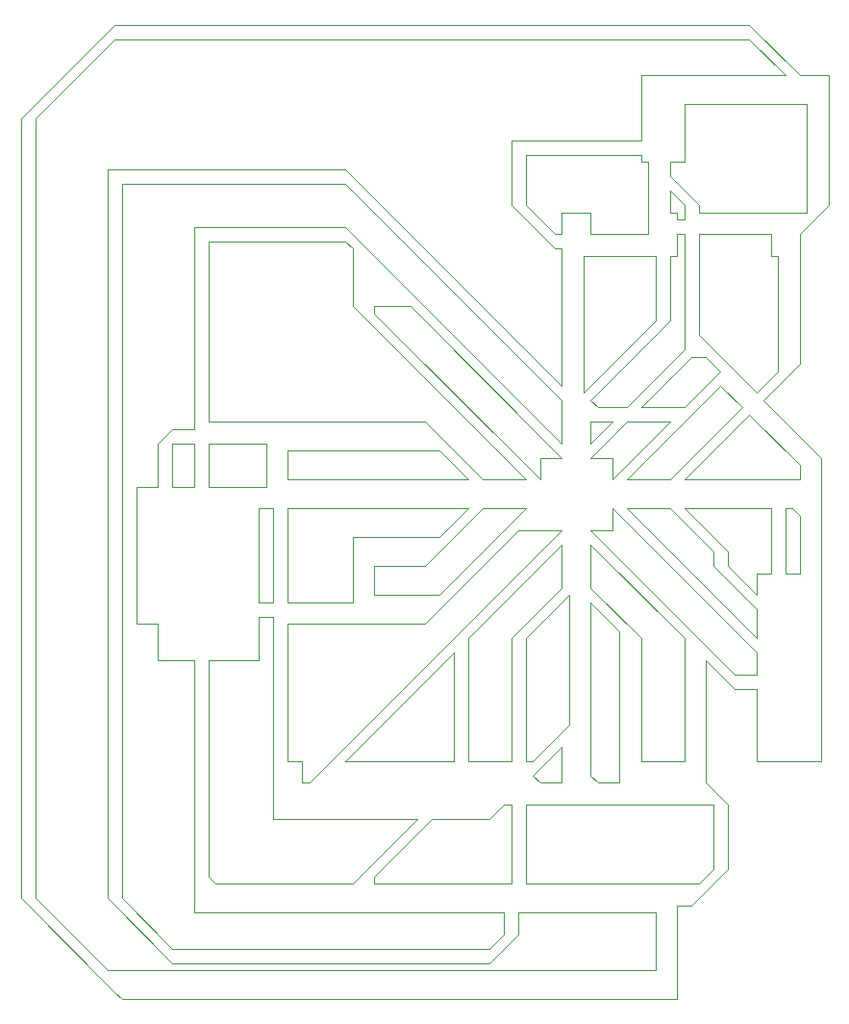
<source format=gbr>
%TF.GenerationSoftware,KiCad,Pcbnew,(6.0.7)*%
%TF.CreationDate,2022-08-17T17:24:52+08:00*%
%TF.ProjectId,asdfgg,61736466-6767-42e6-9b69-6361645f7063,rev?*%
%TF.SameCoordinates,Original*%
%TF.FileFunction,Profile,NP*%
%FSLAX46Y46*%
G04 Gerber Fmt 4.6, Leading zero omitted, Abs format (unit mm)*
G04 Created by KiCad (PCBNEW (6.0.7)) date 2022-08-17 17:24:52*
%MOMM*%
%LPD*%
G01*
G04 APERTURE LIST*
%TA.AperFunction,Profile*%
%ADD10C,0.100000*%
%TD*%
G04 APERTURE END LIST*
D10*
X129540000Y-126365000D02*
X125095000Y-126365000D01*
X129540000Y-125730000D02*
X129540000Y-126365000D01*
X130810000Y-125730000D02*
X130810000Y-126365000D01*
X133350000Y-135255000D02*
X133350000Y-137160000D01*
X132080000Y-135255000D02*
X133350000Y-135255000D01*
X132080000Y-123190000D02*
X132080000Y-135255000D01*
X133350000Y-123190000D02*
X132080000Y-123190000D01*
X129540000Y-125730000D02*
X129540000Y-122555000D01*
X130810000Y-122555000D02*
X130810000Y-125730000D01*
X129540000Y-122555000D02*
X130810000Y-122555000D01*
X130810000Y-113030000D02*
X129540000Y-113030000D01*
X130810000Y-121285000D02*
X130810000Y-113030000D01*
X129540000Y-121285000D02*
X130810000Y-121285000D01*
X129540000Y-113030000D02*
X129540000Y-121285000D01*
X165735000Y-86995000D02*
X166370000Y-86995000D01*
X167005000Y-87630000D02*
X167005000Y-86995000D01*
X166370000Y-87630000D02*
X167005000Y-87630000D01*
X166370000Y-86995000D02*
X166370000Y-87630000D01*
X167005000Y-86360000D02*
X165735000Y-85090000D01*
X167005000Y-86995000D02*
X167005000Y-86360000D01*
X165735000Y-85090000D02*
X165735000Y-86995000D01*
X139700000Y-95885000D02*
X139700000Y-95250000D01*
X154305000Y-110490000D02*
X154305000Y-109855000D01*
X139700000Y-95885000D02*
X154305000Y-110490000D01*
X154305000Y-108585000D02*
X154305000Y-109855000D01*
X156210000Y-108585000D02*
X154305000Y-108585000D01*
X142875000Y-95250000D02*
X156210000Y-108585000D01*
X139700000Y-95250000D02*
X142875000Y-95250000D01*
X158750000Y-107315000D02*
X160655000Y-105410000D01*
X158750000Y-105410000D02*
X158750000Y-107315000D01*
X160655000Y-105410000D02*
X158750000Y-105410000D01*
X168275000Y-97790000D02*
X168275000Y-88900000D01*
X173355000Y-102870000D02*
X168275000Y-97790000D01*
X175260000Y-100965000D02*
X173355000Y-102870000D01*
X175260000Y-90805000D02*
X175260000Y-100965000D01*
X174625000Y-90805000D02*
X175260000Y-90805000D01*
X174625000Y-88900000D02*
X174625000Y-90805000D01*
X168275000Y-88900000D02*
X174625000Y-88900000D01*
X165735000Y-96520000D02*
X165735000Y-90805000D01*
X158750000Y-103505000D02*
X165735000Y-96520000D01*
X159385000Y-104140000D02*
X158750000Y-103505000D01*
X161925000Y-104140000D02*
X159385000Y-104140000D01*
X167005000Y-99060000D02*
X161925000Y-104140000D01*
X167005000Y-88900000D02*
X167005000Y-99060000D01*
X166370000Y-88900000D02*
X167005000Y-88900000D01*
X166370000Y-90805000D02*
X166370000Y-88900000D01*
X165735000Y-90805000D02*
X166370000Y-90805000D01*
X167005000Y-82550000D02*
X167005000Y-77470000D01*
X177800000Y-77470000D02*
X167005000Y-77470000D01*
X177800000Y-86995000D02*
X177800000Y-77470000D01*
X168275000Y-86995000D02*
X177800000Y-86995000D01*
X168275000Y-86360000D02*
X168275000Y-86995000D01*
X165735000Y-83820000D02*
X168275000Y-86360000D01*
X165735000Y-82550000D02*
X165735000Y-83820000D01*
X167005000Y-82550000D02*
X165735000Y-82550000D01*
X163195000Y-81915000D02*
X153035000Y-81915000D01*
X163195000Y-82550000D02*
X163195000Y-81915000D01*
X163830000Y-82550000D02*
X163195000Y-82550000D01*
X163830000Y-88900000D02*
X163830000Y-82550000D01*
X158750000Y-88900000D02*
X163830000Y-88900000D01*
X158750000Y-86995000D02*
X158750000Y-88900000D01*
X156210000Y-86995000D02*
X158750000Y-86995000D01*
X156210000Y-88900000D02*
X156210000Y-86995000D01*
X155575000Y-88900000D02*
X156210000Y-88900000D01*
X153035000Y-86360000D02*
X155575000Y-88900000D01*
X153035000Y-81915000D02*
X153035000Y-86360000D01*
X158115000Y-102870000D02*
X158115000Y-90805000D01*
X164465000Y-96520000D02*
X158115000Y-102870000D01*
X164465000Y-90805000D02*
X164465000Y-96520000D01*
X158115000Y-90805000D02*
X164465000Y-90805000D01*
X167640000Y-99695000D02*
X163195000Y-104140000D01*
X168910000Y-99695000D02*
X167640000Y-99695000D01*
X170180000Y-100965000D02*
X168910000Y-99695000D01*
X167005000Y-104140000D02*
X170180000Y-100965000D01*
X163195000Y-104140000D02*
X167005000Y-104140000D01*
X161925000Y-105410000D02*
X158750000Y-108585000D01*
X165735000Y-105410000D02*
X161925000Y-105410000D01*
X160655000Y-110490000D02*
X165735000Y-105410000D01*
X160655000Y-109855000D02*
X160655000Y-110490000D01*
X160655000Y-109855000D02*
X160655000Y-108585000D01*
X158750000Y-108585000D02*
X160655000Y-108585000D01*
X170180000Y-102235000D02*
X161925000Y-110490000D01*
X172085000Y-104140000D02*
X170180000Y-102235000D01*
X165735000Y-110490000D02*
X172085000Y-104140000D01*
X161925000Y-110490000D02*
X165735000Y-110490000D01*
X172720000Y-104775000D02*
X167005000Y-110490000D01*
X177165000Y-109220000D02*
X172720000Y-104775000D01*
X177165000Y-110490000D02*
X177165000Y-109220000D01*
X167005000Y-110490000D02*
X177165000Y-110490000D01*
X175895000Y-118745000D02*
X175895000Y-113030000D01*
X177165000Y-118745000D02*
X175895000Y-118745000D01*
X177165000Y-113665000D02*
X177165000Y-118745000D01*
X176530000Y-113030000D02*
X177165000Y-113665000D01*
X175895000Y-113030000D02*
X176530000Y-113030000D01*
X170815000Y-116840000D02*
X167005000Y-113030000D01*
X170815000Y-118110000D02*
X170815000Y-116840000D01*
X173355000Y-120650000D02*
X170815000Y-118110000D01*
X173355000Y-118745000D02*
X173355000Y-120650000D01*
X174625000Y-118745000D02*
X173355000Y-118745000D01*
X174625000Y-113030000D02*
X174625000Y-118745000D01*
X167005000Y-113030000D02*
X174625000Y-113030000D01*
X165735000Y-113030000D02*
X161925000Y-113030000D01*
X169545000Y-116840000D02*
X165735000Y-113030000D01*
X169545000Y-118110000D02*
X169545000Y-116840000D01*
X173355000Y-121920000D02*
X169545000Y-118110000D01*
X173355000Y-124460000D02*
X173355000Y-121920000D01*
X161925000Y-113030000D02*
X173355000Y-124460000D01*
X171450000Y-127635000D02*
X158750000Y-114935000D01*
X173355000Y-127635000D02*
X171450000Y-127635000D01*
X173355000Y-125730000D02*
X173355000Y-127635000D01*
X160655000Y-113030000D02*
X173355000Y-125730000D01*
X160655000Y-114935000D02*
X160655000Y-113030000D01*
X158750000Y-114935000D02*
X160655000Y-114935000D01*
X163195000Y-124460000D02*
X163195000Y-135255000D01*
X158750000Y-120015000D02*
X163195000Y-124460000D01*
X158750000Y-116205000D02*
X158750000Y-120015000D01*
X167005000Y-124460000D02*
X158750000Y-116205000D01*
X167005000Y-135255000D02*
X167005000Y-124460000D01*
X163195000Y-135255000D02*
X167005000Y-135255000D01*
X153035000Y-146050000D02*
X153035000Y-139065000D01*
X168275000Y-146050000D02*
X153035000Y-146050000D01*
X169545000Y-144780000D02*
X168275000Y-146050000D01*
X169545000Y-139065000D02*
X169545000Y-144780000D01*
X153035000Y-139065000D02*
X169545000Y-139065000D01*
X139700000Y-145415000D02*
X144780000Y-140335000D01*
X139700000Y-146050000D02*
X139700000Y-145415000D01*
X151765000Y-146050000D02*
X139700000Y-146050000D01*
X151765000Y-139065000D02*
X151765000Y-146050000D01*
X151130000Y-139065000D02*
X151765000Y-139065000D01*
X149860000Y-140335000D02*
X151130000Y-139065000D01*
X144780000Y-140335000D02*
X149860000Y-140335000D01*
X158750000Y-121285000D02*
X158750000Y-136525000D01*
X161290000Y-123825000D02*
X158750000Y-121285000D01*
X161290000Y-124460000D02*
X161290000Y-123825000D01*
X161290000Y-137160000D02*
X161290000Y-124460000D01*
X159385000Y-137160000D02*
X161290000Y-137160000D01*
X158750000Y-136525000D02*
X159385000Y-137160000D01*
X153670000Y-136525000D02*
X156210000Y-133985000D01*
X156210000Y-137160000D02*
X156210000Y-133985000D01*
X154305000Y-137160000D02*
X156210000Y-137160000D01*
X153670000Y-136525000D02*
X154305000Y-137160000D01*
X156845000Y-132080000D02*
X156845000Y-120650000D01*
X153670000Y-135255000D02*
X156845000Y-132080000D01*
X153035000Y-135255000D02*
X153670000Y-135255000D01*
X153035000Y-124460000D02*
X153035000Y-135255000D01*
X156845000Y-120650000D02*
X153035000Y-124460000D01*
X156210000Y-120015000D02*
X156210000Y-116205000D01*
X151765000Y-124460000D02*
X156210000Y-120015000D01*
X151765000Y-135255000D02*
X151765000Y-124460000D01*
X147955000Y-135255000D02*
X151765000Y-135255000D01*
X147955000Y-124460000D02*
X147955000Y-135255000D01*
X156210000Y-116205000D02*
X147955000Y-124460000D01*
X146685000Y-135255000D02*
X146685000Y-125730000D01*
X137160000Y-135255000D02*
X146685000Y-135255000D01*
X146685000Y-125730000D02*
X137160000Y-135255000D01*
X133985000Y-137160000D02*
X133350000Y-137160000D01*
X156210000Y-114935000D02*
X133985000Y-137160000D01*
X152400000Y-114935000D02*
X156210000Y-114935000D01*
X144145000Y-123190000D02*
X152400000Y-114935000D01*
X133350000Y-123190000D02*
X144145000Y-123190000D01*
X139700000Y-120650000D02*
X139700000Y-118110000D01*
X145415000Y-120650000D02*
X139700000Y-120650000D01*
X153035000Y-113030000D02*
X145415000Y-120650000D01*
X149225000Y-113030000D02*
X153035000Y-113030000D01*
X144145000Y-118110000D02*
X149225000Y-113030000D01*
X139700000Y-118110000D02*
X144145000Y-118110000D01*
X132080000Y-121285000D02*
X132080000Y-113030000D01*
X137795000Y-121285000D02*
X132080000Y-121285000D01*
X137795000Y-115570000D02*
X137795000Y-121285000D01*
X145415000Y-115570000D02*
X137795000Y-115570000D01*
X147955000Y-113030000D02*
X145415000Y-115570000D01*
X132080000Y-113030000D02*
X147955000Y-113030000D01*
X132080000Y-110490000D02*
X132080000Y-107950000D01*
X147955000Y-110490000D02*
X132080000Y-110490000D01*
X145415000Y-107950000D02*
X147955000Y-110490000D01*
X132080000Y-107950000D02*
X145415000Y-107950000D01*
X120650000Y-126365000D02*
X121285000Y-126365000D01*
X120650000Y-123190000D02*
X120650000Y-126365000D01*
X120650000Y-123190000D02*
X118745000Y-123190000D01*
X130175000Y-107315000D02*
X125095000Y-107315000D01*
X130175000Y-111125000D02*
X130175000Y-107315000D01*
X125095000Y-111125000D02*
X130175000Y-111125000D01*
X125095000Y-107315000D02*
X125095000Y-111125000D01*
X121920000Y-111125000D02*
X121920000Y-107315000D01*
X123825000Y-111125000D02*
X121920000Y-111125000D01*
X123825000Y-107315000D02*
X123825000Y-111125000D01*
X121920000Y-107315000D02*
X123825000Y-107315000D01*
X121285000Y-126365000D02*
X123825000Y-126365000D01*
X118745000Y-111125000D02*
X118745000Y-123190000D01*
X120650000Y-111125000D02*
X118745000Y-111125000D01*
X120650000Y-107315000D02*
X120650000Y-111125000D01*
X121920000Y-106045000D02*
X120650000Y-107315000D01*
X123825000Y-106045000D02*
X121920000Y-106045000D01*
X123825000Y-105410000D02*
X123825000Y-106045000D01*
X172720000Y-70485000D02*
X116840000Y-70485000D01*
X177165000Y-74930000D02*
X172720000Y-70485000D01*
X179705000Y-74930000D02*
X177165000Y-74930000D01*
X179705000Y-86360000D02*
X179705000Y-74930000D01*
X179070000Y-86995000D02*
X179705000Y-86360000D01*
X177165000Y-88900000D02*
X179070000Y-86995000D01*
X177165000Y-100330000D02*
X177165000Y-88900000D01*
X176530000Y-100965000D02*
X177165000Y-100330000D01*
X173990000Y-103505000D02*
X176530000Y-100965000D01*
X179070000Y-108585000D02*
X173990000Y-103505000D01*
X179070000Y-109220000D02*
X179070000Y-108585000D01*
X179070000Y-135255000D02*
X179070000Y-109220000D01*
X177800000Y-135255000D02*
X179070000Y-135255000D01*
X173355000Y-135255000D02*
X177800000Y-135255000D01*
X173355000Y-128905000D02*
X173355000Y-135255000D01*
X171450000Y-128905000D02*
X173355000Y-128905000D01*
X168910000Y-126365000D02*
X171450000Y-128905000D01*
X168910000Y-137160000D02*
X168910000Y-126365000D01*
X170815000Y-139065000D02*
X168910000Y-137160000D01*
X170815000Y-144780000D02*
X170815000Y-139065000D01*
X167640000Y-147955000D02*
X170815000Y-144780000D01*
X166370000Y-147955000D02*
X167640000Y-147955000D01*
X166370000Y-156210000D02*
X166370000Y-147955000D01*
X117475000Y-156210000D02*
X166370000Y-156210000D01*
X116840000Y-155575000D02*
X117475000Y-156210000D01*
X108585000Y-147320000D02*
X116840000Y-155575000D01*
X108585000Y-78740000D02*
X108585000Y-147320000D01*
X116840000Y-70485000D02*
X108585000Y-78740000D01*
X137160000Y-89535000D02*
X125095000Y-89535000D01*
X137795000Y-90170000D02*
X137160000Y-89535000D01*
X137795000Y-95250000D02*
X137795000Y-90170000D01*
X153035000Y-110490000D02*
X137795000Y-95250000D01*
X149225000Y-110490000D02*
X153035000Y-110490000D01*
X144145000Y-105410000D02*
X149225000Y-110490000D01*
X125095000Y-105410000D02*
X144145000Y-105410000D01*
X125095000Y-89535000D02*
X125095000Y-105410000D01*
X125095000Y-145415000D02*
X125095000Y-126365000D01*
X125730000Y-146050000D02*
X125095000Y-145415000D01*
X137795000Y-146050000D02*
X125730000Y-146050000D01*
X143510000Y-140335000D02*
X137795000Y-146050000D01*
X132715000Y-140335000D02*
X143510000Y-140335000D01*
X130810000Y-140335000D02*
X132715000Y-140335000D01*
X130810000Y-126365000D02*
X130810000Y-140335000D01*
X123825000Y-148590000D02*
X123825000Y-145415000D01*
X125095000Y-148590000D02*
X123825000Y-148590000D01*
X117475000Y-84455000D02*
X117475000Y-125095000D01*
X137160000Y-84455000D02*
X117475000Y-84455000D01*
X156210000Y-103505000D02*
X137160000Y-84455000D01*
X156210000Y-104140000D02*
X156210000Y-103505000D01*
X156210000Y-107315000D02*
X156210000Y-104140000D01*
X137160000Y-88265000D02*
X156210000Y-107315000D01*
X123825000Y-88265000D02*
X137160000Y-88265000D01*
X123825000Y-105410000D02*
X123825000Y-88265000D01*
X123825000Y-145415000D02*
X123825000Y-126365000D01*
X151130000Y-148590000D02*
X125095000Y-148590000D01*
X151130000Y-150495000D02*
X151130000Y-148590000D01*
X149860000Y-151765000D02*
X151130000Y-150495000D01*
X121920000Y-151765000D02*
X149860000Y-151765000D01*
X117475000Y-147320000D02*
X121920000Y-151765000D01*
X117475000Y-125095000D02*
X117475000Y-147320000D01*
X116205000Y-83820000D02*
X116205000Y-83185000D01*
X137160000Y-83185000D02*
X116205000Y-83185000D01*
X156210000Y-102235000D02*
X137160000Y-83185000D01*
X156210000Y-90170000D02*
X156210000Y-102235000D01*
X155575000Y-90170000D02*
X156210000Y-90170000D01*
X151765000Y-86360000D02*
X155575000Y-90170000D01*
X151765000Y-80645000D02*
X151765000Y-86360000D01*
X163195000Y-80645000D02*
X151765000Y-80645000D01*
X163195000Y-74930000D02*
X163195000Y-80645000D01*
X175895000Y-74930000D02*
X163195000Y-74930000D01*
X172720000Y-71755000D02*
X175895000Y-74930000D01*
X116840000Y-71755000D02*
X172720000Y-71755000D01*
X109855000Y-78740000D02*
X116840000Y-71755000D01*
X109855000Y-147320000D02*
X109855000Y-78740000D01*
X116205000Y-153670000D02*
X109855000Y-147320000D01*
X117475000Y-153670000D02*
X116205000Y-153670000D01*
X164465000Y-153670000D02*
X117475000Y-153670000D01*
X164465000Y-148590000D02*
X164465000Y-153670000D01*
X152400000Y-148590000D02*
X164465000Y-148590000D01*
X152400000Y-150495000D02*
X152400000Y-148590000D01*
X149860000Y-153035000D02*
X152400000Y-150495000D01*
X121920000Y-153035000D02*
X149860000Y-153035000D01*
X116205000Y-147320000D02*
X121920000Y-153035000D01*
X116205000Y-83820000D02*
X116205000Y-147320000D01*
M02*

</source>
